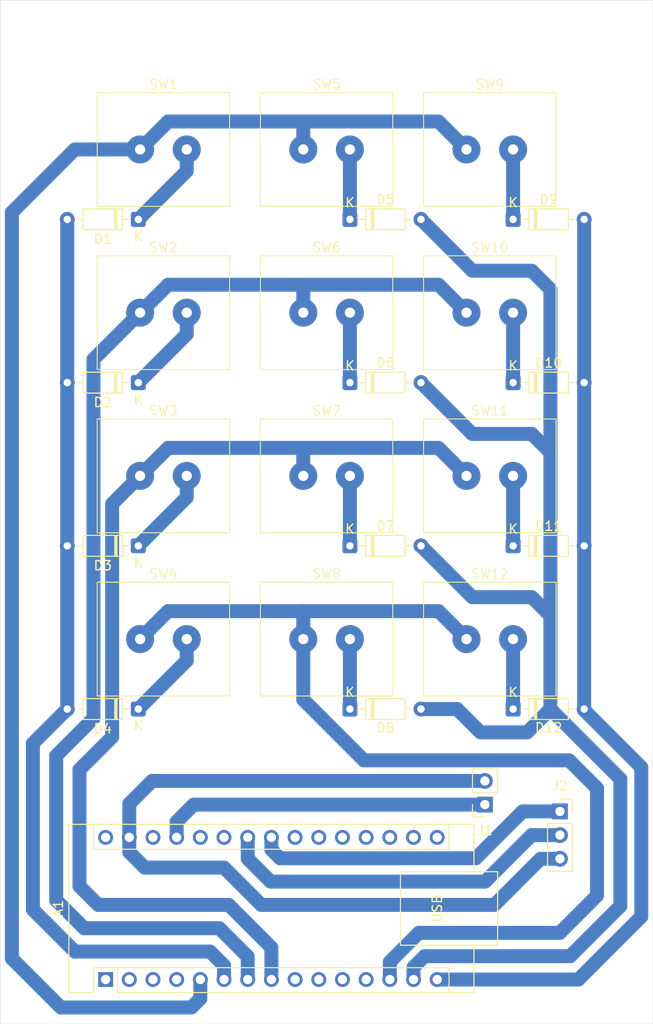
<source format=kicad_pcb>
(kicad_pcb (version 20241229) (generator "pcbnew") (generator_version "9.0")
  (title_block (title "T9 Keyboard for TESLA meshtastic") (rev "V1") (company "Tomas Kuchta"))
  (layers (0 "F.Cu" signal) (2 "B.Cu" signal) (13 "F.Paste" user) (15 "B.Paste" user) (5 "F.SilkS" user "F.Silkscreen") (7 "B.SilkS" user "B.Silkscreen") (1 "F.Mask" user) (3 "B.Mask" user) (25 "Edge.Cuts" user))
  (net 0 "")
  (net 1 "/row_1")
  (net 6 "/column_0")
  (net 9 "+5V")
  (net 10 "/SCL")
  (net 12 "/column_1")
  (net 14 "/row_3")
  (net 15 "/row_0")
  (net 16 "GND")
  (net 21 "/column_2")
  (net 22 "/row_2")
  (net 23 "/SDA")
  (net 24 "Net-(D1-K)")
  (net 25 "Net-(D2-K)")
  (net 26 "Net-(D3-K)")
  (net 27 "Net-(D4-K)")
  (net 28 "Net-(D5-K)")
  (net 29 "Net-(D6-K)")
  (net 30 "Net-(D7-K)")
  (net 31 "Net-(D8-K)")
  (net 32 "Net-(D9-K)")
  (net 33 "Net-(D10-K)")
  (net 34 "Net-(D11-K)")
  (net 35 "Net-(D12-K)")
  (footprint "TESLA:TESLA-3 FK 573 00" (layer "F.Cu") (at 143.63 103.75)
    (property "Reference" "SW8" (at 0 -7 0) (layer "F.SilkS") (effects (font (thickness 0.1))))
    (property "Value" "SW_Push")
    (fp_rect (start -7.1 -6.1) (end 7.1 6.1) (stroke (width 0.1)) (fill no) (layer "F.SilkS"))
    (pad "1" thru_hole circle (at -2.5 0) (size 3 3) (drill 1.1) (layers "*.Cu" "*.Mask") (net 14 "/row_3"))
    (pad "2" thru_hole circle (at 2.5 0) (size 3 3) (drill 1.1) (layers "*.Cu" "*.Mask") (net 31 "Net-(D8-K)"))
  )
  (footprint "Diode_THT:D_DO-35_SOD27_P7.62mm_Horizontal" (layer "F.Cu") (at 163.63 111.25)
    (property "Reference" "D12" (at 3.81 2 0) (layer "F.SilkS"))
    (property "Value" "1N4148")
    (fp_line (start 1.04 0) (end 1.69 0) (stroke (width 0.12)) (layer "F.SilkS"))
    (fp_line (start 2.29 -1.12) (end 2.29 1.12) (stroke (width 0.12)) (layer "F.SilkS"))
    (fp_line (start 2.41 -1.12) (end 2.41 1.12) (stroke (width 0.12)) (layer "F.SilkS"))
    (fp_line (start 2.53 -1.12) (end 2.53 1.12) (stroke (width 0.12)) (layer "F.SilkS"))
    (fp_line (start 6.58 0) (end 5.93 0) (stroke (width 0.12)) (layer "F.SilkS"))
    (fp_rect (start 1.69 -1.12) (end 5.93 1.12) (stroke (width 0.12)) (fill no) (layer "F.SilkS"))
    (fp_text user "K" (at 0 -1.8 0) (layer "F.SilkS"))
    (pad "1" thru_hole roundrect (at 0 0) (size 1.6 1.6) (drill 0.8) (layers "*.Cu" "*.Mask") (roundrect_rratio 0.15625) (net 35 "Net-(D12-K)"))
    (pad "2" thru_hole circle (at 7.62 0) (size 1.6 1.6) (drill 0.8) (layers "*.Cu" "*.Mask") (net 21 "/column_2"))
  )
  (footprint "Connector_PinSocket_2.54mm:PinSocket_1x03_P2.54mm_Vertical" (layer "F.Cu") (at 168.655 122.225)
    (property "Reference" "J2" (at 0 -2.77 0) (layer "F.SilkS"))
    (property "Value" "I2C")
    (fp_line (start -1.33 1.27) (end -1.33 6.41) (stroke (width 0.12)) (layer "F.SilkS"))
    (fp_line (start -1.33 1.27) (end 1.33 1.27) (stroke (width 0.12)) (layer "F.SilkS"))
    (fp_line (start -1.33 6.41) (end 1.33 6.41) (stroke (width 0.12)) (layer "F.SilkS"))
    (fp_line (start 0 -1.33) (end 1.33 -1.33) (stroke (width 0.12)) (layer "F.SilkS"))
    (fp_line (start 1.33 -1.33) (end 1.33 0) (stroke (width 0.12)) (layer "F.SilkS"))
    (fp_line (start 1.33 1.27) (end 1.33 6.41) (stroke (width 0.12)) (layer "F.SilkS"))
    (pad "1" thru_hole rect (at 0 0) (size 1.7 1.7) (drill 1) (layers "*.Cu" "*.Mask") (net 23 "/SDA"))
    (pad "2" thru_hole circle (at 0 2.54) (size 1.7 1.7) (drill 1) (layers "*.Cu" "*.Mask") (net 10 "/SCL"))
    (pad "3" thru_hole circle (at 0 5.08) (size 1.7 1.7) (drill 1) (layers "*.Cu" "*.Mask") (net 16 "GND"))
  )
  (footprint "TESLA:TESLA-3 FK 573 00" (layer "F.Cu") (at 161.13 51.25)
    (property "Reference" "SW9" (at 0 -7 0) (layer "F.SilkS") (effects (font (thickness 0.1))))
    (property "Value" "SW_Push")
    (fp_rect (start -7.1 -6.1) (end 7.1 6.1) (stroke (width 0.1)) (fill no) (layer "F.SilkS"))
    (pad "1" thru_hole circle (at -2.5 0) (size 3 3) (drill 1.1) (layers "*.Cu" "*.Mask") (net 15 "/row_0"))
    (pad "2" thru_hole circle (at 2.5 0) (size 3 3) (drill 1.1) (layers "*.Cu" "*.Mask") (net 32 "Net-(D9-K)"))
  )
  (footprint "TESLA:TESLA-3 FK 573 00" (layer "F.Cu") (at 161.13 86.25)
    (property "Reference" "SW11" (at 0 -7 0) (layer "F.SilkS") (effects (font (thickness 0.1))))
    (property "Value" "SW_Push")
    (fp_rect (start -7.1 -6.1) (end 7.1 6.1) (stroke (width 0.1)) (fill no) (layer "F.SilkS"))
    (pad "1" thru_hole circle (at -2.5 0) (size 3 3) (drill 1.1) (layers "*.Cu" "*.Mask") (net 22 "/row_2"))
    (pad "2" thru_hole circle (at 2.5 0) (size 3 3) (drill 1.1) (layers "*.Cu" "*.Mask") (net 34 "Net-(D11-K)"))
  )
  (footprint "TESLA:TESLA-3 FK 573 00" (layer "F.Cu") (at 161.13 103.75)
    (property "Reference" "SW12" (at 0 -7 0) (layer "F.SilkS") (effects (font (thickness 0.1))))
    (property "Value" "SW_Push")
    (fp_rect (start -7.1 -6.1) (end 7.1 6.1) (stroke (width 0.1)) (fill no) (layer "F.SilkS"))
    (pad "1" thru_hole circle (at -2.5 0) (size 3 3) (drill 1.1) (layers "*.Cu" "*.Mask") (net 14 "/row_3"))
    (pad "2" thru_hole circle (at 2.5 0) (size 3 3) (drill 1.1) (layers "*.Cu" "*.Mask") (net 35 "Net-(D12-K)"))
  )
  (footprint "Diode_THT:D_DO-35_SOD27_P7.62mm_Horizontal" (layer "F.Cu") (at 123.44 93.75 180)
    (property "Reference" "D3" (at 3.81 -2.12 0) (layer "F.SilkS"))
    (property "Value" "1N4148")
    (fp_line (start 6.58 0) (end 5.93 0) (stroke (width 0.12)) (layer "F.SilkS"))
    (fp_line (start 2.53 -1.12) (end 2.53 1.12) (stroke (width 0.12)) (layer "F.SilkS"))
    (fp_line (start 2.41 -1.12) (end 2.41 1.12) (stroke (width 0.12)) (layer "F.SilkS"))
    (fp_line (start 2.29 -1.12) (end 2.29 1.12) (stroke (width 0.12)) (layer "F.SilkS"))
    (fp_line (start 1.04 0) (end 1.69 0) (stroke (width 0.12)) (layer "F.SilkS"))
    (fp_rect (start 1.69 -1.12) (end 5.93 1.12) (stroke (width 0.12)) (fill no) (layer "F.SilkS"))
    (fp_text user "K" (at 0 -1.8 0) (layer "F.SilkS"))
    (pad "1" thru_hole roundrect (at 0 0 180) (size 1.6 1.6) (drill 0.8) (layers "*.Cu" "*.Mask") (roundrect_rratio 0.15625) (net 26 "Net-(D3-K)"))
    (pad "2" thru_hole circle (at 7.62 0 180) (size 1.6 1.6) (drill 0.8) (layers "*.Cu" "*.Mask") (net 6 "/column_0"))
  )
  (footprint "TESLA:TESLA-3 FK 573 00" (layer "F.Cu") (at 143.63 86.25)
    (property "Reference" "SW7" (at 0 -7 0) (layer "F.SilkS") (effects (font (thickness 0.1))))
    (property "Value" "SW_Push")
    (fp_rect (start -7.1 -6.1) (end 7.1 6.1) (stroke (width 0.1)) (fill no) (layer "F.SilkS"))
    (pad "1" thru_hole circle (at -2.5 0) (size 3 3) (drill 1.1) (layers "*.Cu" "*.Mask") (net 22 "/row_2"))
    (pad "2" thru_hole circle (at 2.5 0) (size 3 3) (drill 1.1) (layers "*.Cu" "*.Mask") (net 30 "Net-(D7-K)"))
  )
  (footprint "TESLA:TESLA-3 FK 573 00" (layer "F.Cu") (at 126.13 86.25)
    (property "Reference" "SW3" (at 0 -7 0) (layer "F.SilkS") (effects (font (thickness 0.1))))
    (property "Value" "SW_Push")
    (fp_rect (start -7.1 -6.1) (end 7.1 6.1) (stroke (width 0.1)) (fill no) (layer "F.SilkS"))
    (pad "1" thru_hole circle (at -2.5 0) (size 3 3) (drill 1.1) (layers "*.Cu" "*.Mask") (net 22 "/row_2"))
    (pad "2" thru_hole circle (at 2.5 0) (size 3 3) (drill 1.1) (layers "*.Cu" "*.Mask") (net 26 "Net-(D3-K)"))
  )
  (footprint "Diode_THT:D_DO-35_SOD27_P7.62mm_Horizontal" (layer "F.Cu") (at 146.13 93.75)
    (property "Reference" "D7" (at 3.81 -2.12 0) (layer "F.SilkS"))
    (property "Value" "1N4148")
    (fp_line (start 1.04 0) (end 1.69 0) (stroke (width 0.12)) (layer "F.SilkS"))
    (fp_line (start 2.29 -1.12) (end 2.29 1.12) (stroke (width 0.12)) (layer "F.SilkS"))
    (fp_line (start 2.41 -1.12) (end 2.41 1.12) (stroke (width 0.12)) (layer "F.SilkS"))
    (fp_line (start 2.53 -1.12) (end 2.53 1.12) (stroke (width 0.12)) (layer "F.SilkS"))
    (fp_line (start 6.58 0) (end 5.93 0) (stroke (width 0.12)) (layer "F.SilkS"))
    (fp_rect (start 1.69 -1.12) (end 5.93 1.12) (stroke (width 0.12)) (fill no) (layer "F.SilkS"))
    (fp_text user "K" (at 0 -1.8 0) (layer "F.SilkS"))
    (pad "1" thru_hole roundrect (at 0 0) (size 1.6 1.6) (drill 0.8) (layers "*.Cu" "*.Mask") (roundrect_rratio 0.15625) (net 30 "Net-(D7-K)"))
    (pad "2" thru_hole circle (at 7.62 0) (size 1.6 1.6) (drill 0.8) (layers "*.Cu" "*.Mask") (net 12 "/column_1"))
  )
  (footprint "TESLA:TESLA-3 FK 573 00" (layer "F.Cu") (at 126.13 103.75)
    (property "Reference" "SW4" (at 0 -7 0) (layer "F.SilkS") (effects (font (thickness 0.1))))
    (property "Value" "SW_Push")
    (fp_rect (start -7.1 -6.1) (end 7.1 6.1) (stroke (width 0.1)) (fill no) (layer "F.SilkS"))
    (pad "1" thru_hole circle (at -2.5 0) (size 3 3) (drill 1.1) (layers "*.Cu" "*.Mask") (net 14 "/row_3"))
    (pad "2" thru_hole circle (at 2.5 0) (size 3 3) (drill 1.1) (layers "*.Cu" "*.Mask") (net 27 "Net-(D4-K)"))
  )
  (footprint "Diode_THT:D_DO-35_SOD27_P7.62mm_Horizontal" (layer "F.Cu") (at 163.63 58.75)
    (property "Reference" "D9" (at 3.81 -2.12 0) (layer "F.SilkS"))
    (property "Value" "1N4148")
    (fp_line (start 1.04 0) (end 1.69 0) (stroke (width 0.12)) (layer "F.SilkS"))
    (fp_line (start 2.29 -1.12) (end 2.29 1.12) (stroke (width 0.12)) (layer "F.SilkS"))
    (fp_line (start 2.41 -1.12) (end 2.41 1.12) (stroke (width 0.12)) (layer "F.SilkS"))
    (fp_line (start 2.53 -1.12) (end 2.53 1.12) (stroke (width 0.12)) (layer "F.SilkS"))
    (fp_line (start 6.58 0) (end 5.93 0) (stroke (width 0.12)) (layer "F.SilkS"))
    (fp_rect (start 1.69 -1.12) (end 5.93 1.12) (stroke (width 0.12)) (fill no) (layer "F.SilkS"))
    (fp_text user "K" (at 0 -1.8 0) (layer "F.SilkS"))
    (pad "1" thru_hole roundrect (at 0 0) (size 1.6 1.6) (drill 0.8) (layers "*.Cu" "*.Mask") (roundrect_rratio 0.15625) (net 32 "Net-(D9-K)"))
    (pad "2" thru_hole circle (at 7.62 0) (size 1.6 1.6) (drill 0.8) (layers "*.Cu" "*.Mask") (net 21 "/column_2"))
  )
  (footprint "Module:Arduino_Nano" (layer "F.Cu") (at 119.93 140.25 90)
    (property "Reference" "A1" (at 7.62 -5.08 90) (layer "F.SilkS"))
    (property "Value" "Arduino_Nano_v2.x")
    (fp_line (start 16.64 -3.94) (end -1.4 -3.94) (stroke (width 0.12)) (layer "F.SilkS"))
    (fp_line (start -1.4 -3.94) (end -1.4 -1.27) (stroke (width 0.12)) (layer "F.SilkS"))
    (fp_line (start 13.97 -1.27) (end 16.64 -1.27) (stroke (width 0.12)) (layer "F.SilkS"))
    (fp_line (start 13.97 -1.27) (end 13.97 36.83) (stroke (width 0.12)) (layer "F.SilkS"))
    (fp_line (start 1.27 -1.27) (end -1.4 -1.27) (stroke (width 0.12)) (layer "F.SilkS"))
    (fp_line (start 1.27 1.27) (end 1.27 -1.27) (stroke (width 0.12)) (layer "F.SilkS"))
    (fp_line (start 1.27 1.27) (end -1.4 1.27) (stroke (width 0.12)) (layer "F.SilkS"))
    (fp_line (start 1.27 1.27) (end 1.27 36.83) (stroke (width 0.12)) (layer "F.SilkS"))
    (fp_line (start -1.4 1.27) (end -1.4 39.5) (stroke (width 0.12)) (layer "F.SilkS"))
    (fp_line (start 11.56 31.62) (end 11.56 42.04) (stroke (width 0.12)) (layer "F.SilkS"))
    (fp_line (start 3.68 31.62) (end 11.56 31.62) (stroke (width 0.12)) (layer "F.SilkS"))
    (fp_line (start 13.97 36.83) (end 16.64 36.83) (stroke (width 0.12)) (layer "F.SilkS"))
    (fp_line (start 1.27 36.83) (end -1.4 36.83) (stroke (width 0.12)) (layer "F.SilkS"))
    (fp_line (start 16.64 39.5) (end 16.64 -3.94) (stroke (width 0.12)) (layer "F.SilkS"))
    (fp_line (start 16.64 39.5) (end 11.56 39.5) (stroke (width 0.12)) (layer "F.SilkS"))
    (fp_line (start -1.4 39.5) (end 3.68 39.5) (stroke (width 0.12)) (layer "F.SilkS"))
    (fp_line (start 11.56 42.04) (end 3.68 42.04) (stroke (width 0.12)) (layer "F.SilkS"))
    (fp_line (start 3.68 42.04) (end 3.68 31.62) (stroke (width 0.12)) (layer "F.SilkS"))
    (fp_text user "USB" (at 7.62 35.56 90) (layer "F.SilkS"))
    (pad "1" thru_hole rect (at 0 0 90) (size 1.6 1.6) (drill 1) (layers "*.Cu" "*.Mask"))
    (pad "2" thru_hole oval (at 0 2.54 90) (size 1.6 1.6) (drill 1) (layers "*.Cu" "*.Mask"))
    (pad "3" thru_hole oval (at 0 5.08 90) (size 1.6 1.6) (drill 1) (layers "*.Cu" "*.Mask"))
    (pad "4" thru_hole oval (at 0 7.62 90) (size 1.6 1.6) (drill 1) (layers "*.Cu" "*.Mask"))
    (pad "5" thru_hole oval (at 0 10.16 90) (size 1.6 1.6) (drill 1) (layers "*.Cu" "*.Mask") (net 15 "/row_0"))
    (pad "6" thru_hole oval (at 0 12.7 90) (size 1.6 1.6) (drill 1) (layers "*.Cu" "*.Mask") (net 6 "/column_0"))
    (pad "7" thru_hole oval (at 0 15.24 90) (size 1.6 1.6) (drill 1) (layers "*.Cu" "*.Mask") (net 1 "/row_1"))
    (pad "8" thru_hole oval (at 0 17.78 90) (size 1.6 1.6) (drill 1) (layers "*.Cu" "*.Mask") (net 22 "/row_2"))
    (pad "9" thru_hole oval (at 0 20.32 90) (size 1.6 1.6) (drill 1) (layers "*.Cu" "*.Mask"))
    (pad "10" thru_hole oval (at 0 22.86 90) (size 1.6 1.6) (drill 1) (layers "*.Cu" "*.Mask"))
    (pad "11" thru_hole oval (at 0 25.4 90) (size 1.6 1.6) (drill 1) (layers "*.Cu" "*.Mask"))
    (pad "12" thru_hole oval (at 0 27.94 90) (size 1.6 1.6) (drill 1) (layers "*.Cu" "*.Mask"))
    (pad "13" thru_hole oval (at 0 30.48 90) (size 1.6 1.6) (drill 1) (layers "*.Cu" "*.Mask") (net 14 "/row_3"))
    (pad "14" thru_hole oval (at 0 33.02 90) (size 1.6 1.6) (drill 1) (layers "*.Cu" "*.Mask") (net 12 "/column_1"))
    (pad "15" thru_hole oval (at 0 35.56 90) (size 1.6 1.6) (drill 1) (layers "*.Cu" "*.Mask") (net 21 "/column_2"))
    (pad "16" thru_hole oval (at 15.24 35.56 90) (size 1.6 1.6) (drill 1) (layers "*.Cu" "*.Mask"))
    (pad "17" thru_hole oval (at 15.24 33.02 90) (size 1.6 1.6) (drill 1) (layers "*.Cu" "*.Mask"))
    (pad "18" thru_hole oval (at 15.24 30.48 90) (size 1.6 1.6) (drill 1) (layers "*.Cu" "*.Mask"))
    (pad "19" thru_hole oval (at 15.24 27.94 90) (size 1.6 1.6) (drill 1) (layers "*.Cu" "*.Mask"))
    (pad "20" thru_hole oval (at 15.24 25.4 90) (size 1.6 1.6) (drill 1) (layers "*.Cu" "*.Mask"))
    (pad "21" thru_hole oval (at 15.24 22.86 90) (size 1.6 1.6) (drill 1) (layers "*.Cu" "*.Mask"))
    (pad "22" thru_hole oval (at 15.24 20.32 90) (size 1.6 1.6) (drill 1) (layers "*.Cu" "*.Mask"))
    (pad "23" thru_hole oval (at 15.24 17.78 90) (size 1.6 1.6) (drill 1) (layers "*.Cu" "*.Mask") (net 23 "/SDA"))
    (pad "24" thru_hole oval (at 15.24 15.24 90) (size 1.6 1.6) (drill 1) (layers "*.Cu" "*.Mask") (net 10 "/SCL"))
    (pad "25" thru_hole oval (at 15.24 12.7 90) (size 1.6 1.6) (drill 1) (layers "*.Cu" "*.Mask"))
    (pad "26" thru_hole oval (at 15.24 10.16 90) (size 1.6 1.6) (drill 1) (layers "*.Cu" "*.Mask"))
    (pad "27" thru_hole oval (at 15.24 7.62 90) (size 1.6 1.6) (drill 1) (layers "*.Cu" "*.Mask") (net 9 "+5V"))
    (pad "28" thru_hole oval (at 15.24 5.08 90) (size 1.6 1.6) (drill 1) (layers "*.Cu" "*.Mask"))
    (pad "29" thru_hole oval (at 15.24 2.54 90) (size 1.6 1.6) (drill 1) (layers "*.Cu" "*.Mask") (net 16 "GND"))
    (pad "30" thru_hole oval (at 15.24 0 90) (size 1.6 1.6) (drill 1) (layers "*.Cu" "*.Mask"))
  )
  (footprint "TESLA:TESLA-3 FK 573 00" (layer "F.Cu") (at 161.13 68.75)
    (property "Reference" "SW10" (at 0 -7 0) (layer "F.SilkS") (effects (font (thickness 0.1))))
    (property "Value" "SW_Push")
    (fp_rect (start -7.1 -6.1) (end 7.1 6.1) (stroke (width 0.1)) (fill no) (layer "F.SilkS"))
    (pad "1" thru_hole circle (at -2.5 0) (size 3 3) (drill 1.1) (layers "*.Cu" "*.Mask") (net 1 "/row_1"))
    (pad "2" thru_hole circle (at 2.5 0) (size 3 3) (drill 1.1) (layers "*.Cu" "*.Mask") (net 33 "Net-(D10-K)"))
  )
  (footprint "Diode_THT:D_DO-35_SOD27_P7.62mm_Horizontal" (layer "F.Cu") (at 146.13 111.25)
    (property "Reference" "D8" (at 3.81 2 0) (layer "F.SilkS"))
    (property "Value" "1N4148")
    (fp_line (start 1.04 0) (end 1.69 0) (stroke (width 0.12)) (layer "F.SilkS"))
    (fp_line (start 2.29 -1.12) (end 2.29 1.12) (stroke (width 0.12)) (layer "F.SilkS"))
    (fp_line (start 2.41 -1.12) (end 2.41 1.12) (stroke (width 0.12)) (layer "F.SilkS"))
    (fp_line (start 2.53 -1.12) (end 2.53 1.12) (stroke (width 0.12)) (layer "F.SilkS"))
    (fp_line (start 6.58 0) (end 5.93 0) (stroke (width 0.12)) (layer "F.SilkS"))
    (fp_rect (start 1.69 -1.12) (end 5.93 1.12) (stroke (width 0.12)) (fill no) (layer "F.SilkS"))
    (fp_text user "K" (at 0 -1.8 0) (layer "F.SilkS"))
    (pad "1" thru_hole roundrect (at 0 0) (size 1.6 1.6) (drill 0.8) (layers "*.Cu" "*.Mask") (roundrect_rratio 0.15625) (net 31 "Net-(D8-K)"))
    (pad "2" thru_hole circle (at 7.62 0) (size 1.6 1.6) (drill 0.8) (layers "*.Cu" "*.Mask") (net 12 "/column_1"))
  )
  (footprint "Diode_THT:D_DO-35_SOD27_P7.62mm_Horizontal" (layer "F.Cu") (at 146.13 76.25)
    (property "Reference" "D6" (at 3.81 -2.12 0) (layer "F.SilkS"))
    (property "Value" "1N4148")
    (fp_line (start 1.04 0) (end 1.69 0) (stroke (width 0.12)) (layer "F.SilkS"))
    (fp_line (start 2.29 -1.12) (end 2.29 1.12) (stroke (width 0.12)) (layer "F.SilkS"))
    (fp_line (start 2.41 -1.12) (end 2.41 1.12) (stroke (width 0.12)) (layer "F.SilkS"))
    (fp_line (start 2.53 -1.12) (end 2.53 1.12) (stroke (width 0.12)) (layer "F.SilkS"))
    (fp_line (start 6.58 0) (end 5.93 0) (stroke (width 0.12)) (layer "F.SilkS"))
    (fp_rect (start 1.69 -1.12) (end 5.93 1.12) (stroke (width 0.12)) (fill no) (layer "F.SilkS"))
    (fp_text user "K" (at 0 -1.8 0) (layer "F.SilkS"))
    (pad "1" thru_hole roundrect (at 0 0) (size 1.6 1.6) (drill 0.8) (layers "*.Cu" "*.Mask") (roundrect_rratio 0.15625) (net 29 "Net-(D6-K)"))
    (pad "2" thru_hole circle (at 7.62 0) (size 1.6 1.6) (drill 0.8) (layers "*.Cu" "*.Mask") (net 12 "/column_1"))
  )
  (footprint "TESLA:TESLA-3 FK 573 00" (layer "F.Cu") (at 143.63 68.75)
    (property "Reference" "SW6" (at 0 -7 0) (layer "F.SilkS") (effects (font (thickness 0.1))))
    (property "Value" "SW_Push")
    (fp_rect (start -7.1 -6.1) (end 7.1 6.1) (stroke (width 0.1)) (fill no) (layer "F.SilkS"))
    (pad "1" thru_hole circle (at -2.5 0) (size 3 3) (drill 1.1) (layers "*.Cu" "*.Mask") (net 1 "/row_1"))
    (pad "2" thru_hole circle (at 2.5 0) (size 3 3) (drill 1.1) (layers "*.Cu" "*.Mask") (net 29 "Net-(D6-K)"))
  )
  (footprint "Connector_PinSocket_2.54mm:PinSocket_1x02_P2.54mm_Vertical" (layer "F.Cu") (at 160.605 121.5 180)
    (property "Reference" "J1" (at 0 -2.77 0) (layer "F.SilkS"))
    (property "Value" "PWR")
    (fp_line (start 1.33 1.27) (end 1.33 3.87) (stroke (width 0.12)) (layer "F.SilkS"))
    (fp_line (start 1.33 -1.33) (end 1.33 0) (stroke (width 0.12)) (layer "F.SilkS"))
    (fp_line (start 0 -1.33) (end 1.33 -1.33) (stroke (width 0.12)) (layer "F.SilkS"))
    (fp_line (start -1.33 3.87) (end 1.33 3.87) (stroke (width 0.12)) (layer "F.SilkS"))
    (fp_line (start -1.33 1.27) (end 1.33 1.27) (stroke (width 0.12)) (layer "F.SilkS"))
    (fp_line (start -1.33 1.27) (end -1.33 3.87) (stroke (width 0.12)) (layer "F.SilkS"))
    (pad "1" thru_hole rect (at 0 0 180) (size 1.7 1.7) (drill 1) (layers "*.Cu" "*.Mask") (net 9 "+5V"))
    (pad "2" thru_hole circle (at 0 2.54 180) (size 1.7 1.7) (drill 1) (layers "*.Cu" "*.Mask") (net 16 "GND"))
  )
  (footprint "Diode_THT:D_DO-35_SOD27_P7.62mm_Horizontal" (layer "F.Cu") (at 123.44 58.75 180)
    (property "Reference" "D1" (at 3.81 -2.12 0) (layer "F.SilkS"))
    (property "Value" "1N4148")
    (fp_line (start 6.58 0) (end 5.93 0) (stroke (width 0.12)) (layer "F.SilkS"))
    (fp_line (start 2.53 -1.12) (end 2.53 1.12) (stroke (width 0.12)) (layer "F.SilkS"))
    (fp_line (start 2.41 -1.12) (end 2.41 1.12) (stroke (width 0.12)) (layer "F.SilkS"))
    (fp_line (start 2.29 -1.12) (end 2.29 1.12) (stroke (width 0.12)) (layer "F.SilkS"))
    (fp_line (start 1.04 0) (end 1.69 0) (stroke (width 0.12)) (layer "F.SilkS"))
    (fp_rect (start 1.69 -1.12) (end 5.93 1.12) (stroke (width 0.12)) (fill no) (layer "F.SilkS"))
    (fp_text user "K" (at 0 -1.8 0) (layer "F.SilkS"))
    (pad "1" thru_hole roundrect (at 0 0 180) (size 1.6 1.6) (drill 0.8) (layers "*.Cu" "*.Mask") (roundrect_rratio 0.15625) (net 24 "Net-(D1-K)"))
    (pad "2" thru_hole circle (at 7.62 0 180) (size 1.6 1.6) (drill 0.8) (layers "*.Cu" "*.Mask") (net 6 "/column_0"))
  )
  (footprint "TESLA:TESLA-3 FK 573 00" (layer "F.Cu") (at 126.13 68.75)
    (property "Reference" "SW2" (at 0 -7 0) (layer "F.SilkS") (effects (font (thickness 0.1))))
    (property "Value" "SW_Push")
    (fp_rect (start -7.1 -6.1) (end 7.1 6.1) (stroke (width 0.1)) (fill no) (layer "F.SilkS"))
    (pad "1" thru_hole circle (at -2.5 0) (size 3 3) (drill 1.1) (layers "*.Cu" "*.Mask") (net 1 "/row_1"))
    (pad "2" thru_hole circle (at 2.5 0) (size 3 3) (drill 1.1) (layers "*.Cu" "*.Mask") (net 25 "Net-(D2-K)"))
  )
  (footprint "Diode_THT:D_DO-35_SOD27_P7.62mm_Horizontal" (layer "F.Cu") (at 146.13 58.75)
    (property "Reference" "D5" (at 3.81 -2.12 0) (layer "F.SilkS"))
    (property "Value" "1N4148")
    (fp_line (start 1.04 0) (end 1.69 0) (stroke (width 0.12)) (layer "F.SilkS"))
    (fp_line (start 2.29 -1.12) (end 2.29 1.12) (stroke (width 0.12)) (layer "F.SilkS"))
    (fp_line (start 2.41 -1.12) (end 2.41 1.12) (stroke (width 0.12)) (layer "F.SilkS"))
    (fp_line (start 2.53 -1.12) (end 2.53 1.12) (stroke (width 0.12)) (layer "F.SilkS"))
    (fp_line (start 6.58 0) (end 5.93 0) (stroke (width 0.12)) (layer "F.SilkS"))
    (fp_rect (start 1.69 -1.12) (end 5.93 1.12) (stroke (width 0.12)) (fill no) (layer "F.SilkS"))
    (fp_text user "K" (at 0 -1.8 0) (layer "F.SilkS"))
    (pad "1" thru_hole roundrect (at 0 0) (size 1.6 1.6) (drill 0.8) (layers "*.Cu" "*.Mask") (roundrect_rratio 0.15625) (net 28 "Net-(D5-K)"))
    (pad "2" thru_hole circle (at 7.62 0) (size 1.6 1.6) (drill 0.8) (layers "*.Cu" "*.Mask") (net 12 "/column_1"))
  )
  (footprint "Diode_THT:D_DO-35_SOD27_P7.62mm_Horizontal" (layer "F.Cu") (at 163.63 76.25)
    (property "Reference" "D10" (at 3.81 -2.12 0) (layer "F.SilkS"))
    (property "Value" "1N4148")
    (fp_line (start 1.04 0) (end 1.69 0) (stroke (width 0.12)) (layer "F.SilkS"))
    (fp_line (start 2.29 -1.12) (end 2.29 1.12) (stroke (width 0.12)) (layer "F.SilkS"))
    (fp_line (start 2.41 -1.12) (end 2.41 1.12) (stroke (width 0.12)) (layer "F.SilkS"))
    (fp_line (start 2.53 -1.12) (end 2.53 1.12) (stroke (width 0.12)) (layer "F.SilkS"))
    (fp_line (start 6.58 0) (end 5.93 0) (stroke (width 0.12)) (layer "F.SilkS"))
    (fp_rect (start 1.69 -1.12) (end 5.93 1.12) (stroke (width 0.12)) (fill no) (layer "F.SilkS"))
    (fp_text user "K" (at 0 -1.8 0) (layer "F.SilkS"))
    (pad "1" thru_hole roundrect (at 0 0) (size 1.6 1.6) (drill 0.8) (layers "*.Cu" "*.Mask") (roundrect_rratio 0.15625) (net 33 "Net-(D10-K)"))
    (pad "2" thru_hole circle (at 7.62 0) (size 1.6 1.6) (drill 0.8) (layers "*.Cu" "*.Mask") (net 21 "/column_2"))
  )
  (footprint "Diode_THT:D_DO-35_SOD27_P7.62mm_Horizontal" (layer "F.Cu") (at 163.63 93.75)
    (property "Reference" "D11" (at 3.81 -2.12 0) (layer "F.SilkS"))
    (property "Value" "1N4148")
    (fp_line (start 1.04 0) (end 1.69 0) (stroke (width 0.12)) (layer "F.SilkS"))
    (fp_line (start 2.29 -1.12) (end 2.29 1.12) (stroke (width 0.12)) (layer "F.SilkS"))
    (fp_line (start 2.41 -1.12) (end 2.41 1.12) (stroke (width 0.12)) (layer "F.SilkS"))
    (fp_line (start 2.53 -1.12) (end 2.53 1.12) (stroke (width 0.12)) (layer "F.SilkS"))
    (fp_line (start 6.58 0) (end 5.93 0) (stroke (width 0.12)) (layer "F.SilkS"))
    (fp_rect (start 1.69 -1.12) (end 5.93 1.12) (stroke (width 0.12)) (fill no) (layer "F.SilkS"))
    (fp_text user "K" (at 0 -1.8 0) (layer "F.SilkS"))
    (pad "1" thru_hole roundrect (at 0 0) (size 1.6 1.6) (drill 0.8) (layers "*.Cu" "*.Mask") (roundrect_rratio 0.15625) (net 34 "Net-(D11-K)"))
    (pad "2" thru_hole circle (at 7.62 0) (size 1.6 1.6) (drill 0.8) (layers "*.Cu" "*.Mask") (net 21 "/column_2"))
  )
  (footprint "Diode_THT:D_DO-35_SOD27_P7.62mm_Horizontal" (layer "F.Cu") (at 123.44 111.25 180)
    (property "Reference" "D4" (at 3.81 -2.12 0) (layer "F.SilkS"))
    (property "Value" "1N4148")
    (fp_line (start 6.58 0) (end 5.93 0) (stroke (width 0.12)) (layer "F.SilkS"))
    (fp_line (start 2.53 -1.12) (end 2.53 1.12) (stroke (width 0.12)) (layer "F.SilkS"))
    (fp_line (start 2.41 -1.12) (end 2.41 1.12) (stroke (width 0.12)) (layer "F.SilkS"))
    (fp_line (start 2.29 -1.12) (end 2.29 1.12) (stroke (width 0.12)) (layer "F.SilkS"))
    (fp_line (start 1.04 0) (end 1.69 0) (stroke (width 0.12)) (layer "F.SilkS"))
    (fp_rect (start 1.69 -1.12) (end 5.93 1.12) (stroke (width 0.12)) (fill no) (layer "F.SilkS"))
    (fp_text user "K" (at 0 -1.8 0) (layer "F.SilkS"))
    (pad "1" thru_hole roundrect (at 0 0 180) (size 1.6 1.6) (drill 0.8) (layers "*.Cu" "*.Mask") (roundrect_rratio 0.15625) (net 27 "Net-(D4-K)"))
    (pad "2" thru_hole circle (at 7.62 0 180) (size 1.6 1.6) (drill 0.8) (layers "*.Cu" "*.Mask") (net 6 "/column_0"))
  )
  (footprint "TESLA:TESLA-3 FK 573 00" (layer "F.Cu") (at 126.13 51.25)
    (property "Reference" "SW1" (at 0 -7 0) (layer "F.SilkS") (effects (font (thickness 0.1))))
    (property "Value" "SW_Push")
    (fp_rect (start -7.1 -6.1) (end 7.1 6.1) (stroke (width 0.1)) (fill no) (layer "F.SilkS"))
    (pad "1" thru_hole circle (at -2.5 0) (size 3 3) (drill 1.1) (layers "*.Cu" "*.Mask") (net 15 "/row_0"))
    (pad "2" thru_hole circle (at 2.5 0) (size 3 3) (drill 1.1) (layers "*.Cu" "*.Mask") (net 24 "Net-(D1-K)"))
  )
  (footprint "Diode_THT:D_DO-35_SOD27_P7.62mm_Horizontal" (layer "F.Cu") (at 123.44 76.25 180)
    (property "Reference" "D2" (at 3.81 -2.12 0) (layer "F.SilkS"))
    (property "Value" "1N4148")
    (fp_line (start 6.58 0) (end 5.93 0) (stroke (width 0.12)) (layer "F.SilkS"))
    (fp_line (start 2.53 -1.12) (end 2.53 1.12) (stroke (width 0.12)) (layer "F.SilkS"))
    (fp_line (start 2.41 -1.12) (end 2.41 1.12) (stroke (width 0.12)) (layer "F.SilkS"))
    (fp_line (start 2.29 -1.12) (end 2.29 1.12) (stroke (width 0.12)) (layer "F.SilkS"))
    (fp_line (start 1.04 0) (end 1.69 0) (stroke (width 0.12)) (layer "F.SilkS"))
    (fp_rect (start 1.69 -1.12) (end 5.93 1.12) (stroke (width 0.12)) (fill no) (layer "F.SilkS"))
    (fp_text user "K" (at 0 -1.8 0) (layer "F.SilkS"))
    (pad "1" thru_hole roundrect (at 0 0 180) (size 1.6 1.6) (drill 0.8) (layers "*.Cu" "*.Mask") (roundrect_rratio 0.15625) (net 25 "Net-(D2-K)"))
    (pad "2" thru_hole circle (at 7.62 0 180) (size 1.6 1.6) (drill 0.8) (layers "*.Cu" "*.Mask") (net 6 "/column_0"))
  )
  (footprint "TESLA:TESLA-3 FK 573 00" (layer "F.Cu") (at 143.63 51.25)
    (property "Reference" "SW5" (at 0 -7 0) (layer "F.SilkS") (effects (font (thickness 0.1))))
    (property "Value" "SW_Push")
    (fp_rect (start -7.1 -6.1) (end 7.1 6.1) (stroke (width 0.1)) (fill no) (layer "F.SilkS"))
    (pad "1" thru_hole circle (at -2.5 0) (size 3 3) (drill 1.1) (layers "*.Cu" "*.Mask") (net 15 "/row_0"))
    (pad "2" thru_hole circle (at 2.5 0) (size 3 3) (drill 1.1) (layers "*.Cu" "*.Mask") (net 28 "Net-(D5-K)"))
  )
  (gr_rect (start 108.63 35.25) (end 178.63 145.02) (stroke (width 0.05)) (fill no) (layer "Edge.Cuts"))
  (segment (start 123.63 68.75) (end 126.63 65.75) (width 1.5) (layer "B.Cu") (net 1))
  (segment (start 123.63 68.75) (end 118.63 73.75) (width 1.5) (layer "B.Cu") (net 1))
  (segment (start 114.63 131.75) (end 117.63 134.75) (width 1.5) (layer "B.Cu") (net 1))
  (segment (start 114.63 116.25) (end 114.63 131.75) (width 1.5) (layer "B.Cu") (net 1))
  (segment (start 126.63 65.75) (end 141.13 65.75) (width 1.5) (layer "B.Cu") (net 1))
  (segment (start 132.13 134.75) (end 135.17 137.79) (width 1.5) (layer "B.Cu") (net 1))
  (segment (start 118.63 112.25) (end 114.63 116.25) (width 1.5) (layer "B.Cu") (net 1))
  (segment (start 141.13 68.75) (end 141.13 65.75) (width 1.5) (layer "B.Cu") (net 1))
  (segment (start 135.17 137.79) (end 135.17 140.25) (width 1.5) (layer "B.Cu") (net 1))
  (segment (start 117.63 134.75) (end 132.13 134.75) (width 1.5) (layer "B.Cu") (net 1))
  (segment (start 141.13 65.75) (end 155.63 65.75) (width 1.5) (layer "B.Cu") (net 1))
  (segment (start 118.63 73.75) (end 118.63 112.25) (width 1.5) (layer "B.Cu") (net 1))
  (segment (start 155.63 65.75) (end 158.63 68.75) (width 1.5) (layer "B.Cu") (net 1))
  (segment (start 131.13 137.25) (end 132.63 138.75) (width 1.5) (layer "B.Cu") (net 6))
  (segment (start 115.82 111.25) (end 112.13 114.94) (width 1.5) (layer "B.Cu") (net 6))
  (segment (start 116.63 137.25) (end 131.13 137.25) (width 1.5) (layer "B.Cu") (net 6))
  (segment (start 115.82 58.75) (end 115.82 111.25) (width 1.5) (layer "B.Cu") (net 6))
  (segment (start 112.13 114.94) (end 112.13 132.75) (width 1.5) (layer "B.Cu") (net 6))
  (segment (start 112.13 132.75) (end 116.63 137.25) (width 1.5) (layer "B.Cu") (net 6))
  (segment (start 132.63 138.75) (end 132.63 140.25) (width 1.5) (layer "B.Cu") (net 6))
  (segment (start 129.38 121.5) (end 127.55 123.33) (width 1.5) (layer "B.Cu") (net 9))
  (segment (start 127.55 123.33) (end 127.55 125.01) (width 1.5) (layer "B.Cu") (net 9))
  (segment (start 160.605 121.5) (end 129.38 121.5) (width 1.5) (layer "B.Cu") (net 9))
  (segment (start 137.63 129.75) (end 135.17 127.29) (width 1.5) (layer "B.Cu") (net 10))
  (segment (start 135.17 127.29) (end 135.17 125.01) (width 1.5) (layer "B.Cu") (net 10))
  (segment (start 160.63 129.75) (end 137.63 129.75) (width 1.5) (layer "B.Cu") (net 10))
  (segment (start 168.655 124.765) (end 165.615 124.765) (width 1.5) (layer "B.Cu") (net 10))
  (segment (start 165.615 124.765) (end 160.63 129.75) (width 1.5) (layer "B.Cu") (net 10))
  (segment (start 167.63 83.75) (end 167.63 111.25) (width 1.5) (layer "B.Cu") (net 12))
  (segment (start 159.25 99.25) (end 165.63 99.25) (width 1.5) (layer "B.Cu") (net 12))
  (segment (start 175.13 132.375) (end 169.755 137.75) (width 1.5) (layer "B.Cu") (net 12))
  (segment (start 154.13 137.75) (end 152.95 138.93) (width 1.5) (layer "B.Cu") (net 12))
  (segment (start 160.13 113.75) (end 165.13 113.75) (width 1.5) (layer "B.Cu") (net 12))
  (segment (start 153.75 93.75) (end 159.25 99.25) (width 1.5) (layer "B.Cu") (net 12))
  (segment (start 169.755 137.75) (end 154.13 137.75) (width 1.5) (layer "B.Cu") (net 12))
  (segment (start 175.13 118.75) (end 175.13 132.375) (width 1.5) (layer "B.Cu") (net 12))
  (segment (start 165.63 99.25) (end 167.63 101.25) (width 1.5) (layer "B.Cu") (net 12))
  (segment (start 167.63 66.25) (end 167.63 83.75) (width 1.5) (layer "B.Cu") (net 12))
  (segment (start 165.63 64.25) (end 167.63 66.25) (width 1.5) (layer "B.Cu") (net 12))
  (segment (start 153.75 58.75) (end 159.25 64.25) (width 1.5) (layer "B.Cu") (net 12))
  (segment (start 153.75 111.25) (end 157.63 111.25) (width 1.5) (layer "B.Cu") (net 12))
  (segment (start 153.75 76.25) (end 159.25 81.75) (width 1.5) (layer "B.Cu") (net 12))
  (segment (start 152.95 138.93) (end 152.95 140.25) (width 1.5) (layer "B.Cu") (net 12))
  (segment (start 165.63 81.75) (end 167.63 83.75) (width 1.5) (layer "B.Cu") (net 12))
  (segment (start 167.63 111.25) (end 175.13 118.75) (width 1.5) (layer "B.Cu") (net 12))
  (segment (start 165.13 113.75) (end 167.63 111.25) (width 1.5) (layer "B.Cu") (net 12))
  (segment (start 159.25 81.75) (end 165.63 81.75) (width 1.5) (layer "B.Cu") (net 12))
  (segment (start 157.63 111.25) (end 160.13 113.75) (width 1.5) (layer "B.Cu") (net 12))
  (segment (start 159.25 64.25) (end 165.63 64.25) (width 1.5) (layer "B.Cu") (net 12))
  (segment (start 141.13 103.75) (end 141.13 100.75) (width 1.5) (layer "B.Cu") (net 14))
  (segment (start 172.63 119.75) (end 172.63 131.25) (width 1.5) (layer "B.Cu") (net 14))
  (segment (start 168.63 135.25) (end 153.512856 135.25) (width 1.5) (layer "B.Cu") (net 14))
  (segment (start 126.63 100.75) (end 141.13 100.75) (width 1.5) (layer "B.Cu") (net 14))
  (segment (start 147.63 116.75) (end 169.63 116.75) (width 1.5) (layer "B.Cu") (net 14))
  (segment (start 141.13 110.25) (end 147.63 116.75) (width 1.5) (layer "B.Cu") (net 14))
  (segment (start 155.63 100.75) (end 158.63 103.75) (width 1.5) (layer "B.Cu") (net 14))
  (segment (start 141.13 100.75) (end 155.63 100.75) (width 1.5) (layer "B.Cu") (net 14))
  (segment (start 150.41 138.352856) (end 150.41 140.25) (width 1.5) (layer "B.Cu") (net 14))
  (segment (start 123.63 103.75) (end 126.63 100.75) (width 1.5) (layer "B.Cu") (net 14))
  (segment (start 153.512856 135.25) (end 150.41 138.352856) (width 1.5) (layer "B.Cu") (net 14))
  (segment (start 172.63 131.25) (end 168.63 135.25) (width 1.5) (layer "B.Cu") (net 14))
  (segment (start 141.13 103.75) (end 141.13 110.25) (width 1.5) (layer "B.Cu") (net 14))
  (segment (start 169.63 116.75) (end 172.63 119.75) (width 1.5) (layer "B.Cu") (net 14))
  (segment (start 123.63 51.25) (end 126.63 48.25) (width 1.5) (layer "B.Cu") (net 15))
  (segment (start 109.881 57.999) (end 109.881 138.001) (width 1.5) (layer "B.Cu") (net 15))
  (segment (start 115.13 143.25) (end 129.13 143.25) (width 1.5) (layer "B.Cu") (net 15))
  (segment (start 141.13 48.25) (end 155.63 48.25) (width 1.5) (layer "B.Cu") (net 15))
  (segment (start 126.63 48.25) (end 141.13 48.25) (width 1.5) (layer "B.Cu") (net 15))
  (segment (start 155.63 48.25) (end 158.63 51.25) (width 1.5) (layer "B.Cu") (net 15))
  (segment (start 123.63 51.25) (end 116.63 51.25) (width 1.5) (layer "B.Cu") (net 15))
  (segment (start 130.09 142.29) (end 130.09 140.25) (width 1.5) (layer "B.Cu") (net 15))
  (segment (start 116.63 51.25) (end 109.881 57.999) (width 1.5) (layer "B.Cu") (net 15))
  (segment (start 109.881 138.001) (end 115.13 143.25) (width 1.5) (layer "B.Cu") (net 15))
  (segment (start 129.13 143.25) (end 130.09 142.29) (width 1.5) (layer "B.Cu") (net 15))
  (segment (start 141.13 51.25) (end 141.13 48.25) (width 1.5) (layer "B.Cu") (net 15))
  (segment (start 166.575 127.305) (end 168.655 127.305) (width 1.5) (layer "B.Cu") (net 16))
  (segment (start 132.63 128.25) (end 136.63 132.25) (width 1.5) (layer "B.Cu") (net 16))
  (segment (start 136.63 132.25) (end 161.63 132.25) (width 1.5) (layer "B.Cu") (net 16))
  (segment (start 124.13 128.25) (end 132.63 128.25) (width 1.5) (layer "B.Cu") (net 16))
  (segment (start 124.92 118.96) (end 122.47 121.41) (width 1.5) (layer "B.Cu") (net 16))
  (segment (start 122.47 126.59) (end 124.13 128.25) (width 1.5) (layer "B.Cu") (net 16))
  (segment (start 161.63 132.25) (end 166.575 127.305) (width 1.5) (layer "B.Cu") (net 16))
  (segment (start 122.47 125.01) (end 122.47 126.59) (width 1.5) (layer "B.Cu") (net 16))
  (segment (start 122.47 121.41) (end 122.47 125.01) (width 1.5) (layer "B.Cu") (net 16))
  (segment (start 160.605 118.96) (end 124.92 118.96) (width 1.5) (layer "B.Cu") (net 16))
  (segment (start 171.25 58.75) (end 171.25 111.25) (width 1.5) (layer "B.Cu") (net 21))
  (segment (start 177.379 117.499) (end 177.379 133.501) (width 1.5) (layer "B.Cu") (net 21))
  (segment (start 171.25 111.37) (end 177.379 117.499) (width 1.5) (layer "B.Cu") (net 21))
  (segment (start 171.25 111.25) (end 171.25 111.37) (width 1.5) (layer "B.Cu") (net 21))
  (segment (start 177.379 133.501) (end 170.63 140.25) (width 1.5) (layer "B.Cu") (net 21))
  (segment (start 170.63 140.25) (end 155.49 140.25) (width 1.5) (layer "B.Cu") (net 21))
  (segment (start 117.13 117.75) (end 117.13 130.25) (width 1.5) (layer "B.Cu") (net 22))
  (segment (start 123.63 86.25) (end 126.63 83.25) (width 1.5) (layer "B.Cu") (net 22))
  (segment (start 141.13 86.25) (end 141.13 83.25) (width 1.5) (layer "B.Cu") (net 22))
  (segment (start 155.63 83.25) (end 158.63 86.25) (width 1.5) (layer "B.Cu") (net 22))
  (segment (start 137.71 136.83) (end 137.71 140.25) (width 1.5) (layer "B.Cu") (net 22))
  (segment (start 123.63 86.25) (end 120.63 89.25) (width 1.5) (layer "B.Cu") (net 22))
  (segment (start 126.63 83.25) (end 141.13 83.25) (width 1.5) (layer "B.Cu") (net 22))
  (segment (start 133.13 132.25) (end 137.71 136.83) (width 1.5) (layer "B.Cu") (net 22))
  (segment (start 119.13 132.25) (end 133.13 132.25) (width 1.5) (layer "B.Cu") (net 22))
  (segment (start 120.63 114.25) (end 117.13 117.75) (width 1.5) (layer "B.Cu") (net 22))
  (segment (start 117.13 130.25) (end 119.13 132.25) (width 1.5) (layer "B.Cu") (net 22))
  (segment (start 120.63 89.25) (end 120.63 114.25) (width 1.5) (layer "B.Cu") (net 22))
  (segment (start 141.13 83.25) (end 155.63 83.25) (width 1.5) (layer "B.Cu") (net 22))
  (segment (start 159.63 127.25) (end 164.655 122.225) (width 1.5) (layer "B.Cu") (net 23))
  (segment (start 137.71 126.33) (end 138.63 127.25) (width 1.5) (layer "B.Cu") (net 23))
  (segment (start 164.655 122.225) (end 168.655 122.225) (width 1.5) (layer "B.Cu") (net 23))
  (segment (start 138.63 127.25) (end 159.63 127.25) (width 1.5) (layer "B.Cu") (net 23))
  (segment (start 137.71 125.01) (end 137.71 126.33) (width 1.5) (layer "B.Cu") (net 23))
  (segment (start 128.63 51.25) (end 128.63 53.56) (width 1.5) (layer "B.Cu") (net 24))
  (segment (start 128.63 53.56) (end 123.44 58.75) (width 1.5) (layer "B.Cu") (net 24))
  (segment (start 128.63 71.06) (end 123.44 76.25) (width 1.5) (layer "B.Cu") (net 25))
  (segment (start 128.63 68.75) (end 128.63 71.06) (width 1.5) (layer "B.Cu") (net 25))
  (segment (start 128.63 88.56) (end 123.44 93.75) (width 1.5) (layer "B.Cu") (net 26))
  (segment (start 128.63 86.25) (end 128.63 88.56) (width 1.5) (layer "B.Cu") (net 26))
  (segment (start 128.63 106.06) (end 123.44 111.25) (width 1.5) (layer "B.Cu") (net 27))
  (segment (start 128.63 103.75) (end 128.63 106.06) (width 1.5) (layer "B.Cu") (net 27))
  (segment (start 146.13 51.25) (end 146.13 58.75) (width 1.5) (layer "B.Cu") (net 28))
  (segment (start 146.13 68.75) (end 146.13 76.25) (width 1.5) (layer "B.Cu") (net 29))
  (segment (start 146.13 86.25) (end 146.13 93.75) (width 1.5) (layer "B.Cu") (net 30))
  (segment (start 146.13 103.75) (end 146.13 111.25) (width 1.5) (layer "B.Cu") (net 31))
  (segment (start 163.63 51.25) (end 163.63 58.75) (width 1.5) (layer "B.Cu") (net 32))
  (segment (start 163.63 68.75) (end 163.63 76.25) (width 1.5) (layer "B.Cu") (net 33))
  (segment (start 163.63 86.25) (end 163.63 93.75) (width 1.5) (layer "B.Cu") (net 34))
  (segment (start 163.63 103.75) (end 163.63 111.25) (width 1.5) (layer "B.Cu") (net 35))
)
</source>
